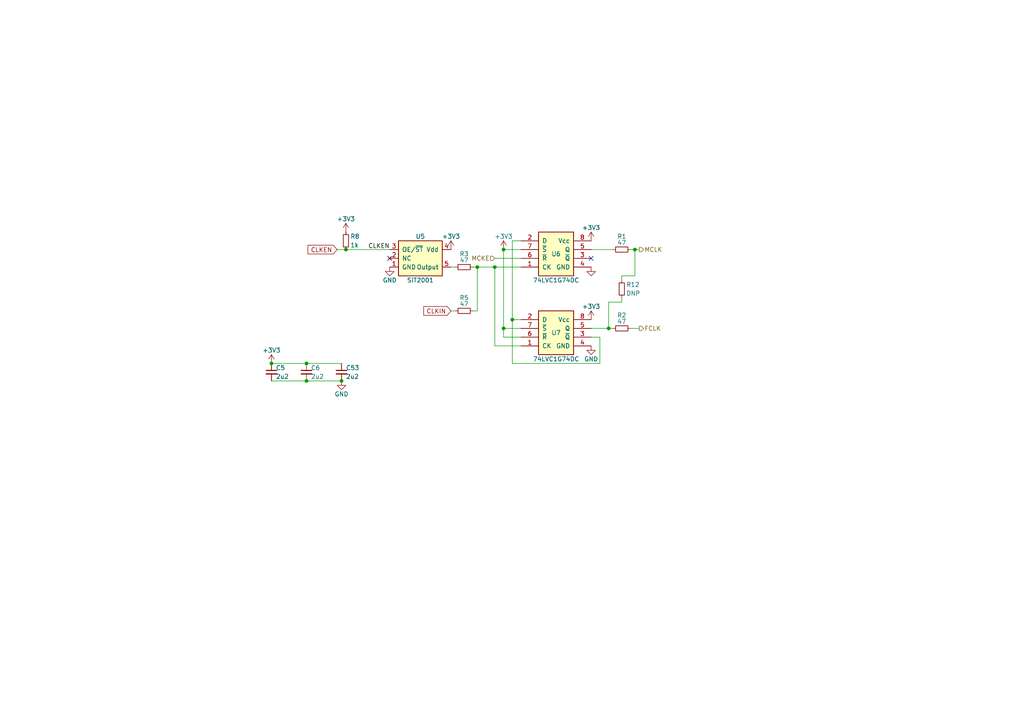
<source format=kicad_sch>
(kicad_sch (version 20231120) (generator "eeschema") (generator_version "8.0")
  (paper "A4")
  (title_block (title "WarpSE (GW4410A)") (date "2024-04-23") (rev "1.0") (company "Garrett's Workshop"))
  (lib_symbols
    (symbol "Device:C_Small" (pin_numbers hide) (pin_names (offset 0.254) hide)
      (property "Reference" "C" (at 0.254 1.778 0))
      (property "Value" "C_Small" (at 0.254 -2.032 0))
      (symbol "C_Small_0_1"
        (polyline (pts (xy -1.524 -0.508) (xy 1.524 -0.508)) (stroke (width 0.3302)))
        (polyline (pts (xy -1.524 0.508) (xy 1.524 0.508)) (stroke (width 0.3048)))
      )
      (symbol "C_Small_1_1"
        (pin passive line (at 0 2.54 270) (length 2.032) (name "~") (number "1"))
        (pin passive line (at 0 -2.54 90) (length 2.032) (name "~") (number "2"))
      )
    )
    (symbol "Device:R_Small" (pin_numbers hide) (pin_names (offset 0.254) hide)
      (property "Reference" "R" (at 0.762 0.508 0))
      (property "Value" "R_Small" (at 0.762 -1.016 0))
      (symbol "R_Small_0_1"
        (rectangle (start -0.762 1.778) (end 0.762 -1.778) (stroke (width 0.2032)))
      )
      (symbol "R_Small_1_1"
        (pin passive line (at 0 2.54 270) (length 0.762) (name "~") (number "1"))
        (pin passive line (at 0 -2.54 90) (length 0.762) (name "~") (number "2"))
      )
    )
    (symbol "GW_Logic:741G74DC" (pin_names (offset 1.016))
      (property "Reference" "U" (at 0 7.62 0))
      (property "Value" "741G74DC" (at 0 -7.62 0))
      (symbol "741G74DC_0_1"
        (rectangle (start 5.08 -6.35) (end -5.08 6.35) (stroke (width 0.254)) (fill (type background)))
      )
      (symbol "741G74DC_1_1"
        (pin input line (at -10.16 -3.81 0) (length 5.08) (name "CK") (number "1"))
        (pin input line (at -10.16 3.81 0) (length 5.08) (name "D") (number "2"))
        (pin output line (at 10.16 -1.27 180) (length 5.08) (name "~{Q}") (number "3"))
        (pin power_in line (at 10.16 -3.81 180) (length 5.08) (name "GND") (number "4"))
        (pin output line (at 10.16 1.27 180) (length 5.08) (name "Q") (number "5"))
        (pin input line (at -10.16 -1.27 0) (length 5.08) (name "~{R}") (number "6"))
        (pin input line (at -10.16 1.27 0) (length 5.08) (name "~{S}") (number "7"))
        (pin power_in line (at 10.16 3.81 180) (length 5.08) (name "Vcc") (number "8"))
      )
    )
    (symbol "GW_Logic:SiT2001" (pin_names (offset 1.016))
      (property "Reference" "U" (at 0 7.62 0))
      (property "Value" "SiT2001" (at 0 -5.08 0))
      (symbol "SiT2001_0_1"
        (rectangle (start -6.35 6.35) (end 6.35 -3.81) (stroke (width 0.254)) (fill (type background)))
      )
      (symbol "SiT2001_1_1"
        (pin power_in line (at -8.89 -1.27 0) (length 2.54) (name "GND") (number "1"))
        (pin no_connect line (at -8.89 1.27 0) (length 2.54) (name "NC") (number "2"))
        (pin input line (at -8.89 3.81 0) (length 2.54) (name "OE/~{ST}") (number "3"))
        (pin power_in line (at 8.89 3.81 180) (length 2.54) (name "Vdd") (number "4"))
        (pin output line (at 8.89 -1.27 180) (length 2.54) (name "Output") (number "5"))
      )
    )
    (symbol "power:+3V3" (power) (pin_names (offset 0))
      (property "Value" "+3V3" (at 0 3.556 0))
      (symbol "+3V3_0_1"
        (polyline (pts (xy -0.762 1.27) (xy 0 2.54)))
        (polyline (pts (xy 0 0) (xy 0 2.54)))
        (polyline (pts (xy 0 2.54) (xy 0.762 1.27)))
      )
      (symbol "+3V3_1_1"
        (pin power_in line (at 0 0 90) (length 0) hide (name "+3V3") (number "1"))
      )
    )
    (symbol "power:GND" (power) (pin_names (offset 0))
      (property "Value" "GND" (at 0 -3.81 0))
      (symbol "GND_0_1"
        (polyline (pts (xy 0 0) (xy 0 -1.27) (xy 1.27 -1.27) (xy 0 -2.54) (xy -1.27 -1.27) (xy 0 -1.27)))
      )
      (symbol "GND_1_1"
        (pin power_in line (at 0 0 270) (length 0) hide (name "GND") (number "1"))
      )
    )
  )
  (junction (at 138.43 77.47))
  (junction (at 88.9 105.41))
  (junction (at 146.05 95.25))
  (junction (at 184.15 72.39))
  (junction (at 148.59 92.71))
  (junction (at 143.51 77.47))
  (junction (at 176.53 95.25))
  (junction (at 100.33 72.39))
  (junction (at 146.05 72.39))
  (junction (at 99.06 110.49))
  (junction (at 88.9 110.49))
  (junction (at 78.74 105.41))
  (no_connect (at 113.03 74.93))
  (no_connect (at 171.45 74.93))
  (wire (pts (xy 177.8 72.39) (xy 171.45 72.39)))
  (wire (pts (xy 173.99 105.41) (xy 148.59 105.41)))
  (wire (pts (xy 143.51 100.33) (xy 151.13 100.33)))
  (wire (pts (xy 171.45 95.25) (xy 176.53 95.25)))
  (wire (pts (xy 143.51 74.93) (xy 151.13 74.93)))
  (wire (pts (xy 78.74 110.49) (xy 88.9 110.49)))
  (wire (pts (xy 180.34 80.01) (xy 184.15 80.01)))
  (wire (pts (xy 173.99 97.79) (xy 173.99 105.41)))
  (wire (pts (xy 180.34 87.63) (xy 180.34 86.36)))
  (wire (pts (xy 173.99 97.79) (xy 171.45 97.79)))
  (wire (pts (xy 146.05 97.79) (xy 146.05 95.25)))
  (wire (pts (xy 151.13 69.85) (xy 148.59 69.85)))
  (wire (pts (xy 146.05 72.39) (xy 146.05 95.25)))
  (wire (pts (xy 184.15 72.39) (xy 185.42 72.39)))
  (wire (pts (xy 148.59 92.71) (xy 151.13 92.71)))
  (wire (pts (xy 146.05 72.39) (xy 151.13 72.39)))
  (wire (pts (xy 138.43 77.47) (xy 143.51 77.47)))
  (wire (pts (xy 138.43 90.17) (xy 137.16 90.17)))
  (wire (pts (xy 97.79 72.39) (xy 100.33 72.39)))
  (wire (pts (xy 130.81 90.17) (xy 132.08 90.17)))
  (wire (pts (xy 88.9 110.49) (xy 99.06 110.49)))
  (wire (pts (xy 180.34 80.01) (xy 180.34 81.28)))
  (wire (pts (xy 176.53 95.25) (xy 177.8 95.25)))
  (wire (pts (xy 176.53 87.63) (xy 176.53 95.25)))
  (wire (pts (xy 78.74 105.41) (xy 88.9 105.41)))
  (wire (pts (xy 176.53 87.63) (xy 180.34 87.63)))
  (wire (pts (xy 146.05 97.79) (xy 151.13 97.79)))
  (wire (pts (xy 88.9 105.41) (xy 99.06 105.41)))
  (wire (pts (xy 182.88 95.25) (xy 185.42 95.25)))
  (wire (pts (xy 138.43 77.47) (xy 138.43 90.17)))
  (wire (pts (xy 182.88 72.39) (xy 184.15 72.39)))
  (wire (pts (xy 143.51 77.47) (xy 151.13 77.47)))
  (wire (pts (xy 143.51 77.47) (xy 143.51 100.33)))
  (wire (pts (xy 146.05 95.25) (xy 151.13 95.25)))
  (wire (pts (xy 184.15 72.39) (xy 184.15 80.01)))
  (wire (pts (xy 148.59 105.41) (xy 148.59 92.71)))
  (wire (pts (xy 148.59 69.85) (xy 148.59 92.71)))
  (wire (pts (xy 132.08 77.47) (xy 130.81 77.47)))
  (wire (pts (xy 137.16 77.47) (xy 138.43 77.47)))
  (wire (pts (xy 100.33 72.39) (xy 113.03 72.39)))
  (label "CLKEN" (at 113.03 72.39 180))
  (global_label "CLKIN" (shape input) (at 130.81 90.17 180) (property "Intersheetrefs" "${INTERSHEET_REFS}" (effects (hide yes))))
  (global_label "CLKEN" (shape input) (at 97.79 72.39 180) (property "Intersheetrefs" "${INTERSHEET_REFS}" (effects (hide yes))))
  (hierarchical_label "MCKE" (shape input) (at 143.51 74.93 180))
  (hierarchical_label "FCLK" (shape output) (at 185.42 95.25 0))
  (hierarchical_label "MCLK" (shape output) (at 185.42 72.39 0))
  (symbol (lib_id "Device:C_Small") (at 78.74 107.95 0) (unit 1)
    (property "Reference" "C5" (at 80.01 106.68 0) (effects (justify left)))
    (property "Value" "2u2" (at 80.01 109.22 0) (effects (justify left)))
    (property "Footprint" "stdpads:C_0603" (effects (hide yes)))
    (property "LCSC Part" "C23630" (effects (hide yes)))
  )
  (symbol (lib_id "power:+3V3") (at 78.74 105.41 0) (unit 1)
    (property "Reference" "#PWR0122" (effects (hide yes)))
    (property "Value" "+3V3" (at 78.74 101.6 0))
  )
  (symbol (lib_id "Device:C_Small") (at 88.9 107.95 0) (unit 1)
    (property "Reference" "C6" (at 90.17 106.68 0) (effects (justify left)))
    (property "Value" "2u2" (at 90.17 109.22 0) (effects (justify left)))
    (property "Footprint" "stdpads:C_0603" (effects (hide yes)))
    (property "LCSC Part" "C23630" (effects (hide yes)))
  )
  (symbol (lib_id "Device:R_Small") (at 180.34 72.39 270) (unit 1)
    (property "Reference" "R1" (at 180.34 68.58 90))
    (property "Value" "47" (at 180.34 71.12 90) (effects (justify bottom)))
    (property "Footprint" "stdpads:R_0603" (effects (hide yes)))
    (property "LCSC Part" "C23182" (effects (hide yes)))
  )
  (symbol (lib_id "Device:R_Small") (at 180.34 95.25 270) (unit 1)
    (property "Reference" "R2" (at 180.34 91.44 90))
    (property "Value" "47" (at 180.34 93.98 90) (effects (justify bottom)))
    (property "Footprint" "stdpads:R_0603" (effects (hide yes)))
    (property "LCSC Part" "C23182" (effects (hide yes)))
  )
  (symbol (lib_id "power:GND") (at 113.03 77.47 0) (mirror y) (unit 1)
    (property "Reference" "#PWR0114" (effects (hide yes)))
    (property "Value" "GND" (at 113.03 81.28 0))
  )
  (symbol (lib_id "power:+3V3") (at 130.81 72.39 0) (mirror y) (unit 1)
    (property "Reference" "#PWR0116" (effects (hide yes)))
    (property "Value" "+3V3" (at 130.81 68.58 0))
  )
  (symbol (lib_id "GW_Logic:741G74DC") (at 161.29 96.52 0) (unit 1)
    (property "Reference" "U7" (at 161.29 96.52 0))
    (property "Value" "74LVC1G74DC" (at 161.29 104.14 0))
    (property "Footprint" "stdpads:NXP_VSSOP-8_2.3x2mm" (effects (hide yes)))
    (property "LCSC Part" "C503431" (effects (hide yes)))
  )
  (symbol (lib_id "Device:C_Small") (at 99.06 107.95 0) (unit 1)
    (property "Reference" "C53" (at 100.33 106.68 0) (effects (justify left)))
    (property "Value" "2u2" (at 100.33 109.22 0) (effects (justify left)))
    (property "Footprint" "stdpads:C_0603" (effects (hide yes)))
    (property "LCSC Part" "C23630" (effects (hide yes)))
  )
  (symbol (lib_id "GW_Logic:SiT2001") (at 121.92 76.2 0) (unit 1)
    (property "Reference" "U5" (at 121.92 68.58 0))
    (property "Value" "SiT2001" (at 121.92 81.28 0))
    (property "Footprint" "stdpads:SOT-23-5" (effects (hide yes)))
  )
  (symbol (lib_id "power:+3V3") (at 100.33 67.31 0) (unit 1)
    (property "Reference" "#PWR09" (effects (hide yes)))
    (property "Value" "+3V3" (at 100.33 63.5 0))
  )
  (symbol (lib_id "Device:R_Small") (at 180.34 83.82 180) (unit 1)
    (property "Reference" "R12" (at 181.61 82.55 0) (effects (justify right)))
    (property "Value" "DNP" (at 181.61 85.09 0) (effects (justify right)))
    (property "Footprint" "stdpads:R_0603" (effects (hide yes)))
  )
  (symbol (lib_id "power:GND") (at 171.45 100.33 0) (unit 1)
    (property "Reference" "#PWR03" (effects (hide yes)))
    (property "Value" "GND" (at 171.45 104.14 0))
  )
  (symbol (lib_id "power:GND") (at 171.45 77.47 0) (unit 1)
    (property "Reference" "#PWR01" (effects (hide yes)))
    (property "Value" "GND" (effects (hide yes)))
  )
  (symbol (lib_id "power:+3V3") (at 171.45 92.71 0) (unit 1)
    (property "Reference" "#PWR011" (effects (hide yes)))
    (property "Value" "+3V3" (at 171.45 88.9 0))
  )
  (symbol (lib_id "GW_Logic:741G74DC") (at 161.29 73.66 0) (unit 1)
    (property "Reference" "U6" (at 161.29 73.66 0))
    (property "Value" "74LVC1G74DC" (at 161.29 81.28 0))
    (property "Footprint" "stdpads:NXP_VSSOP-8_2.3x2mm" (effects (hide yes)))
    (property "LCSC Part" "C503431" (effects (hide yes)))
  )
  (symbol (lib_id "power:GND") (at 99.06 110.49 0) (mirror y) (unit 1)
    (property "Reference" "#PWR015" (effects (hide yes)))
    (property "Value" "GND" (at 99.06 114.3 0))
  )
  (symbol (lib_id "Device:R_Small") (at 134.62 77.47 270) (unit 1)
    (property "Reference" "R3" (at 134.62 73.66 90))
    (property "Value" "47" (at 134.62 76.2 90) (effects (justify bottom)))
    (property "Footprint" "stdpads:R_0603" (effects (hide yes)))
    (property "LCSC Part" "C23182" (effects (hide yes)))
  )
  (symbol (lib_id "power:+3V3") (at 146.05 72.39 0) (unit 1)
    (property "Reference" "#PWR012" (effects (hide yes)))
    (property "Value" "+3V3" (at 146.05 68.58 0))
  )
  (symbol (lib_id "Device:R_Small") (at 100.33 69.85 180) (unit 1)
    (property "Reference" "R8" (at 101.6 68.58 0) (effects (justify right)))
    (property "Value" "1k" (at 101.6 71.12 0) (effects (justify right)))
    (property "Footprint" "stdpads:R_0603" (effects (hide yes)))
    (property "LCSC Part" "C21190" (effects (hide yes)))
  )
  (symbol (lib_id "Device:R_Small") (at 134.62 90.17 270) (unit 1)
    (property "Reference" "R5" (at 134.62 86.36 90))
    (property "Value" "47" (at 134.62 88.9 90) (effects (justify bottom)))
    (property "Footprint" "stdpads:R_0603" (effects (hide yes)))
    (property "LCSC Part" "C23182" (effects (hide yes)))
  )
  (symbol (lib_id "power:+3V3") (at 171.45 69.85 0) (unit 1)
    (property "Reference" "#PWR05" (effects (hide yes)))
    (property "Value" "+3V3" (at 171.45 66.04 0))
  )
)
</source>
